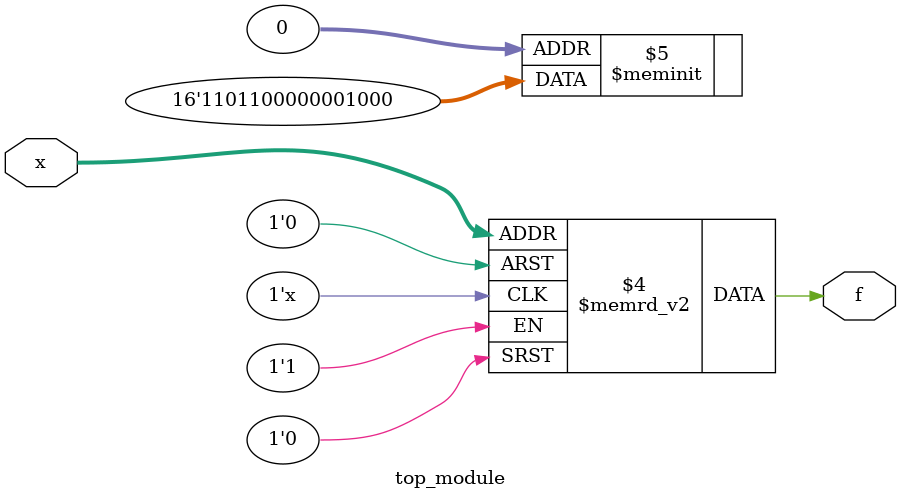
<source format=sv>
module top_module (
    input [4:1] x,
    output logic f
);

    always_comb begin
        case (x)
            // Define the outputs based on given Karnaugh map
            4'b0001, 4'b1101, 4'b1010, 4'b0111, 4'b0110: f = 1'b0; // Specified 0s
            4'b1100, 4'b1111, 4'b1110, 4'b1011, 4'b1011: f = 1'b1; // Specified 1s
            4'b0011: f = 1'b1; // Correcting the don't-care state that should be 1
            default: f = 1'b0; // Handle remaining don’t-cares, default to 0
        endcase
    end

endmodule

</source>
